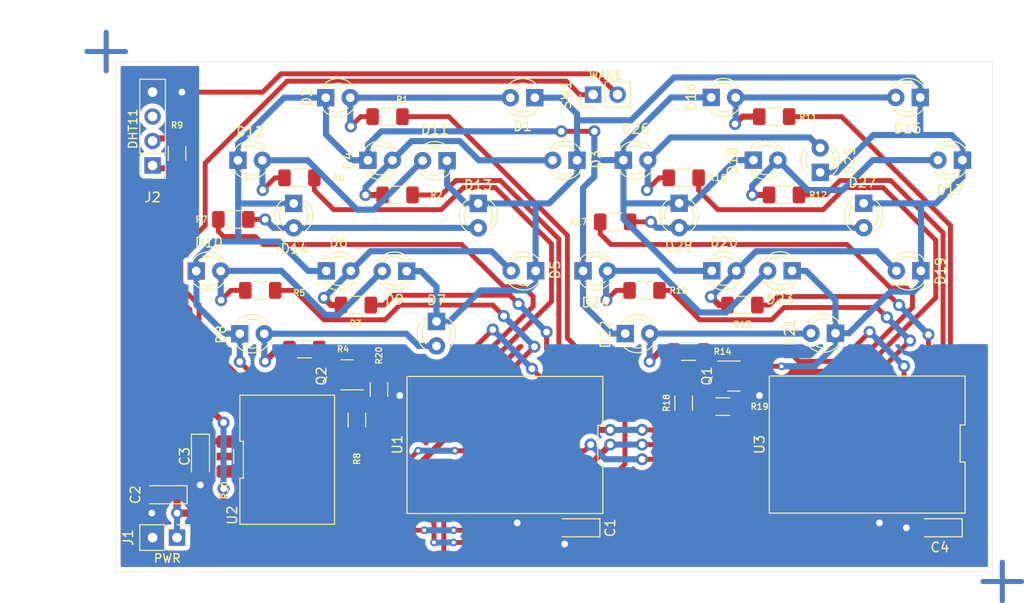
<source format=kicad_pcb>
(kicad_pcb (version 20211014) (generator pcbnew)
  (layers (0 "F.Cu" signal "Front") (31 "B.Cu" signal "Back") (34 "B.Paste" user) (35 "F.Paste" user) (36 "B.SilkS" user "B.Silkscreen") (37 "F.SilkS" user "F.Silkscreen") (38 "B.Mask" user) (39 "F.Mask" user) (44 "Edge.Cuts" user))
  (net 0 "")
  (net 1 "GND")
  (net 2 "VCC")
  (net 3 "Net-(R1-Pad2)")
  (net 4 "Net-(R2-Pad2)")
  (net 5 "Net-(R3-Pad2)")
  (net 6 "Net-(R4-Pad2)")
  (net 7 "Net-(R5-Pad2)")
  (net 8 "Net-(R6-Pad2)")
  (net 9 "Net-(R7-Pad2)")
  (net 10 "Net-(R8-Pad2)")
  (net 11 "Net-(J2-Pad2)")
  (net 12 "Net-(R10-Pad2)")
  (net 13 "Net-(R11-Pad2)")
  (net 14 "Net-(R12-Pad2)")
  (net 15 "Net-(R13-Pad2)")
  (net 16 "Net-(R14-Pad2)")
  (net 17 "Net-(R15-Pad2)")
  (net 18 "Net-(R16-Pad2)")
  (net 19 "Net-(R17-Pad2)")
  (net 20 "Net-(SW1-Pad1)")
  (net 21 "/SRCLK")
  (net 22 "/DATA")
  (net 23 "/RCLK")
  (net 25 "G_hum")
  (net 26 "F_hum")
  (net 27 "E_hum")
  (net 28 "D_hum")
  (net 29 "C_hum")
  (net 30 "B_hum")
  (net 31 "A_hum")
  (net 32 "G_tmp")
  (net 33 "F_tmp")
  (net 34 "E_tmp")
  (net 35 "D_tmp")
  (net 36 "C_tmp")
  (net 37 "B_tmp")
  (net 38 "A_tmp")
  (net 40 "COM_ONES")
  (net 41 "COM_TENS")
  (net 42 "BASE_ONES")
  (net 43 "BASE_TENS")
  (net 44 "Net-(R18-Pad2)")
  (net 45 "Net-(U1-Pad9)")
  (footprint "Resistor_SMD:R_1206_3216Metric_Pad1.30x1.75mm_HandSolder" (layer "F.Cu") (at 73.794 40.844)
    (fp_text reference "R2")
    (fp_text value "100")
  )
  (footprint "Resistor_SMD:R_1206_3216Metric_Pad1.30x1.75mm_HandSolder" (layer "F.Cu") (at 69.476 52.274)
    (fp_text reference "R3")
    (fp_text value "100")
  )
  (footprint "Resistor_SMD:R_1206_3216Metric_Pad1.30x1.75mm_HandSolder" (layer "F.Cu") (at 59.544 50.75)
    (fp_text reference "R5")
    (fp_text value "100")
  )
  (footprint "Resistor_SMD:R_1206_3216Metric_Pad1.30x1.75mm_HandSolder" (layer "F.Cu") (at 63.607998 39.066)
    (fp_text reference "R6")
    (fp_text value "100")
  )
  (footprint "Resistor_SMD:R_1206_3216Metric_Pad1.30x1.75mm_HandSolder" (layer "F.Cu") (at 56.75 43.384 180)
    (fp_text reference "R7")
    (fp_text value "100")
  )
  (footprint "Resistor_SMD:R_1206_3216Metric_Pad1.30x1.75mm_HandSolder" (layer "F.Cu") (at 69.577 64.212 -90)
    (fp_text reference "R8")
    (fp_text value "270")
  )
  (footprint "Resistor_SMD:R_1206_3216Metric_Pad1.30x1.75mm_HandSolder" (layer "F.Cu") (at 50.908 36.526 -90)
    (fp_text reference "R9")
    (fp_text value "10k")
  )
  (footprint "Resistor_SMD:R_1206_3216Metric_Pad1.30x1.75mm_HandSolder" (layer "F.Cu") (at 55.876 67.987 -90)
    (fp_text reference "R10")
    (fp_text value "10k")
  )
  (footprint "Resistor_SMD:R_1206_3216Metric_Pad1.30x1.75mm_HandSolder" (layer "F.Cu") (at 112.884 32.716)
    (fp_text reference "R11")
    (fp_text value "100")
  )
  (footprint "Resistor_SMD:R_1206_3216Metric_Pad1.30x1.75mm_HandSolder" (layer "F.Cu") (at 113.9 40.844)
    (fp_text reference "R12")
    (fp_text value "100")
  )
  (footprint "Resistor_SMD:R_1206_3216Metric_Pad1.30x1.75mm_HandSolder" (layer "F.Cu") (at 109.582 52.274)
    (fp_text reference "R13")
    (fp_text value "100")
  )
  (footprint "Resistor_SMD:R_1206_3216Metric_Pad1.30x1.75mm_HandSolder" (layer "F.Cu") (at 103.994 57.1)
    (fp_text reference "R14")
    (fp_text value "100")
  )
  (footprint "Resistor_SMD:R_1206_3216Metric_Pad1.30x1.75mm_HandSolder" (layer "F.Cu") (at 99.421998 50.75)
    (fp_text reference "R15")
    (fp_text value "100")
  )
  (footprint "Resistor_SMD:R_1206_3216Metric_Pad1.30x1.75mm_HandSolder" (layer "F.Cu") (at 103.486 39.066)
    (fp_text reference "R16")
    (fp_text value "100")
  )
  (footprint "Resistor_SMD:R_1206_3216Metric_Pad1.30x1.75mm_HandSolder" (layer "F.Cu") (at 96.374 43.638 180)
    (fp_text reference "R17")
    (fp_text value "100")
  )
  (footprint "custom:FakeSMD_DIP-8" (layer "F.Cu") (at 62.338 68.323)
    (fp_text reference "U2")
    (fp_text value "ATtiny45V-10P")
  )
  (footprint "custom:FakeSMD_DIP-16" (layer "F.Cu") (at 131.436 61.632 -90)
    (fp_text reference "U3")
    (fp_text value "74HC595")
  )
  (footprint "Resistor_SMD:R_1206_3216Metric_Pad1.30x1.75mm_HandSolder" (layer "F.Cu") (at 64.116 56.846)
    (fp_text reference "R4")
    (fp_text value "100")
  )
  (footprint "Resistor_SMD:R_1206_3216Metric_Pad1.30x1.75mm_HandSolder" (layer "F.Cu") (at 72.752 32.716)
    (fp_text reference "R1")
    (fp_text value "100")
  )
  (footprint "Connector_PinHeader_2.54mm:PinHeader_1x04_P2.54mm_Vertical" (layer "F.Cu") (at 48.368 37.786 180)
    (fp_text reference "J2")
    (fp_text value "DHT11")
  )
  (footprint "Package_TO_SOT_SMD:SOT-23" (layer "F.Cu") (at 108.693 59.64)
    (fp_text reference "Q1")
    (fp_text value "Q_NPN_BEC")
  )
  (footprint "Resistor_SMD:R_1206_3216Metric_Pad1.30x1.75mm_HandSolder" (layer "F.Cu") (at 107.55 62.815 180)
    (fp_text reference "R19")
    (fp_text value "10k")
  )
  (footprint "Resistor_SMD:R_1206_3216Metric_Pad1.30x1.75mm_HandSolder" (layer "F.Cu") (at 103.486 62.434 -90)
    (fp_text reference "R18")
    (fp_text value "270")
  )
  (footprint "Package_TO_SOT_SMD:SOT-23" (layer "F.Cu") (at 68.561 59.513 180)
    (fp_text reference "Q2")
    (fp_text value "Q_NPN_BEC")
  )
  (footprint "Resistor_SMD:R_1206_3216Metric_Pad1.30x1.75mm_HandSolder" (layer "F.Cu") (at 71.863 61.037 -90)
    (fp_text reference "R20")
    (fp_text value "10k")
  )
  (footprint "LED_THT:LED_D3.0mm" (layer "F.Cu") (at 119.239 55.195 180)
    (fp_text reference "D21")
    (fp_text value "TO_D")
  )
  (footprint "LED_THT:LED_D3.0mm" (layer "F.Cu") (at 106.341 30.728)
    (fp_text reference "D16")
    (fp_text value "TT_A")
  )
  (footprint "Capacitor_Tantalum_SMD:CP_EIA-3216-18_Kemet-A" (layer "F.Cu") (at 130.076 75.388 180)
    (fp_text reference "C4")
    (fp_text value "100n")
  )
  (footprint "LED_THT:LED_D3.0mm" (layer "F.Cu") (at 103.016 41.703 -90)
    (fp_text reference "D28")
    (fp_text value "TT_G")
  )
  (footprint "LED_THT:LED_D3.0mm" (layer "F.Cu") (at 74.741 48.748 180)
    (fp_text reference "D9")
    (fp_text value "HO_E")
  )
  (footprint "LED_THT:LED_D3.0mm" (layer "F.Cu") (at 78.931 37.288 180)
    (fp_text reference "D11")
    (fp_text value "HO_F")
  )
  (footprint "LED_THT:LED_D3.0mm" (layer "F.Cu") (at 88.124 48.718 180)
    (fp_text reference "D5")
    (fp_text value "HO_C")
  )
  (footprint "LED_THT:LED_D3.0mm" (layer "F.Cu") (at 82.166 41.723 -90)
    (fp_text reference "D13")
    (fp_text value "HO_G")
  )
  (footprint "LED_THT:LED_D3.0mm" (layer "F.Cu") (at 106.406 48.718)
    (fp_text reference "D20")
    (fp_text value "TT_C")
  )
  (footprint "Capacitor_Tantalum_SMD:CP_EIA-3216-18_Kemet-A" (layer "F.Cu") (at 49.638 71.959 180)
    (fp_text reference "C2")
    (fp_text value "4.7u")
  )
  (footprint "Capacitor_Tantalum_SMD:CP_EIA-3216-18_Kemet-A" (layer "F.Cu") (at 53.336 67.987 -90)
    (fp_text reference "C3")
    (fp_text value "100n")
  )
  (footprint "LED_THT:LED_D3.0mm" (layer "F.Cu") (at 132.421 37.228 180)
    (fp_text reference "D17")
    (fp_text value "TO_B")
  )
  (footprint "Capacitor_Tantalum_SMD:CP_EIA-3216-18_Kemet-A" (layer "F.Cu") (at 92.484 75.388 180)
    (fp_text reference "C1")
    (fp_text value "100n")
  )
  (footprint "custom:FakeSMD_DIP-16" (layer "F.Cu") (at 93.834 61.672 -90)
    (fp_text reference "U1")
    (fp_text value "74HC595")
  )
  (footprint "LED_THT:LED_D3.0mm" (layer "F.Cu") (at 93.041 48.728)
    (fp_text reference "D24")
    (fp_text value "TT_E")
  )
  (footprint "LED_THT:LED_D3.0mm" (layer "F.Cu") (at 52.901 48.738)
    (fp_text reference "D10")
    (fp_text value "HT_E")
  )
  (footprint "LED_THT:LED_D3.0mm" (layer "F.Cu") (at 77.832 53.973 -90)
    (fp_text reference "D7")
    (fp_text value "HO_D")
  )
  (footprint "LED_THT:LED_D3.0mm" (layer "F.Cu") (at 128.106 48.718 180)
    (fp_text reference "D19")
    (fp_text value "TO_C")
  )
  (footprint "LED_THT:LED_D3.0mm" (layer "F.Cu") (at 110.721 37.228)
    (fp_text reference "D18")
    (fp_text value "TT_B")
  )
  (footprint "LED_THT:LED_D3.0mm" (layer "F.Cu") (at 117.656 38.503 90)
    (fp_text reference "D25")
    (fp_text value "TO_F")
  )
  (footprint "Connector_PinHeader_2.54mm:PinHeader_1x02_P2.54mm_Vertical" (layer "F.Cu") (at 50.908 76.404 -90)
    (fp_text reference "J1")
    (fp_text value "POWER")
  )
  (footprint "LED_THT:LED_D3.0mm" (layer "F.Cu") (at 128.041 30.728 180)
    (fp_text reference "D15")
    (fp_text value "TO_A")
  )
  (footprint "LED_THT:LED_D3.0mm" (layer "F.Cu") (at 92.421 37.248 180)
    (fp_text reference "D3")
    (fp_text value "HO_B")
  )
  (footprint "Connector_PinHeader_2.54mm:PinHeader_1x02_P2.54mm_Vertical" (layer "F.Cu") (at 94.088 30.43 90)
    (fp_text reference "SW1")
    (fp_text value "WAKE UP")
  )
  (footprint "LED_THT:LED_D3.0mm" (layer "F.Cu") (at 57.421 55.248)
    (fp_text reference "D8")
    (fp_text value "HT_D")
  )
  (footprint "LED_THT:LED_D3.0mm" (layer "F.Cu") (at 66.341 30.748)
    (fp_text reference "D2")
    (fp_text value "HT_A")
  )
  (footprint "LED_THT:LED_D3.0mm" (layer "F.Cu") (at 122.166 41.703 -90)
    (fp_text reference "D27")
    (fp_text value "TO_G")
  )
  (footprint "LED_THT:LED_D3.0mm" (layer "F.Cu") (at 114.741 48.718 180)
    (fp_text reference "D23")
    (fp_text value "TO_E")
  )
  (footprint "LED_THT:LED_D3.0mm" (layer "F.Cu") (at 97.421 55.228)
    (fp_text reference "D22")
    (fp_text value "TT_D")
  )
  (footprint "LED_THT:LED_D3.0mm" (layer "F.Cu") (at 63.016 41.723 -90)
    (fp_text reference "D14")
    (fp_text value "HT_G")
  )
  (footprint "LED_THT:LED_D3.0mm" (layer "F.Cu") (at 88.041 30.748 180)
    (fp_text reference "D1")
    (fp_text value "HO_A")
  )
  (footprint "LED_THT:LED_D3.0mm" (layer "F.Cu") (at 57.231 37.248)
    (fp_text reference "D12")
    (fp_text value "HT_F")
  )
  (footprint "LED_THT:LED_D3.0mm" (layer "F.Cu") (at 66.401 48.728)
    (fp_text reference "D6")
    (fp_text value "HT_C")
  )
  (footprint "LED_THT:LED_D3.0mm" (layer "F.Cu") (at 97.231 37.228)
    (fp_text reference "D26")
    (fp_text value "TT_F")
  )
  (footprint "LED_THT:LED_D3.0mm" (layer "F.Cu") (at 70.721 37.248)
    (fp_text reference "D4")
    (fp_text value "HT_B")
  )
  (gr_line (start 43.558 27.96) (end 43.558 23.96) (layer "F.Cu") (width 0.508))
  (gr_line (start 136.558 82.96) (end 136.558 78.96) (layer "F.Cu") (width 0.508))
  (gr_line (start 134.558 80.96) (end 138.558 80.96) (layer "F.Cu") (width 0.508))
  (gr_line (start 41.558 25.96) (end 45.558 25.96) (layer "F.Cu") (width 0.508))
  (gr_line (start 43.558 27.96) (end 43.558 23.96) (layer "B.Cu") (width 0.508))
  (gr_line (start 134.558 80.96) (end 138.558 80.96) (layer "B.Cu") (width 0.508))
  (gr_line (start 41.558 25.96) (end 45.558 25.96) (layer "B.Cu") (width 0.508))
  (gr_line (start 136.558 82.96) (end 136.558 78.96) (layer "B.Cu") (width 0.508))
  (gr_line (start 44.558 79.96) (end 44.558 26.96) (layer "Edge.Cuts") (width 0.0381))
  (gr_line (start 135.558 79.96) (end 44.558 79.96) (layer "Edge.Cuts") (width 0.0381))
  (gr_line (start 135.558 26.96) (end 135.558 79.96) (layer "Edge.Cuts") (width 0.0381))
  (gr_line (start 44.558 26.96) (end 135.558 26.96) (layer "Edge.Cuts") (width 0.0381))
  (gr_text "WAKE" (at 95.363 28.398) (layer "F.SilkS") (effects (font (size 0.889 0.889) (thickness 0.1397))))
  (gr_text "PWR" (at 49.892 78.563) (layer "F.SilkS") (effects (font (size 0.889 0.889) (thickness 0.1397))))
  (gr_text "DHT11" (at 46.336 33.986 90) (layer "F.SilkS") (effects (font (size 0.889 0.889) (thickness 0.1397))))
  (segment (start 94.469 28.271) (end 96.628 30.43) (width 0.508) (layer "F.Cu") (net 1))
  (segment (start 74.022 61.672) (end 76.054 61.672) (width 0.508) (layer "F.Cu") (net 1))
  (segment (start 61.703 28.271) (end 94.469 28.271) (width 0.508) (layer "F.Cu") (net 1))
  (segment (start 53.336 69.337) (end 53.336 70.928) (width 0.508) (layer "F.Cu") (net 1))
  (segment (start 111.4 61.632) (end 113.656 61.632) (width 0.762) (layer "F.Cu") (net 1))
  (segment (start 128.806 75.388) (end 126.6 75.388) (width 0.762) (layer "F.Cu") (net 1))
  (segment (start 53.336 70.928) (end 53.321 70.943) (width 0.508) (layer "F.Cu") (net 1))
  (segment (start 123.816 74.87) (end 123.806 74.88) (width 0.508) (layer "F.Cu") (net 1))
  (segment (start 91.134 77.072) (end 91.134 75.388) (width 0.762) (layer "F.Cu") (net 1))
  (segment (start 86.214 71.832) (end 86.214 74.88) (width 0.508) (layer "F.Cu") (net 1))
  (segment (start 48.288 73.864) (end 48.288 71.578) (width 0.635) (layer "F.Cu") (net 1))
  (segment (start 59.798 30.176) (end 61.703 28.271) (width 0.508) (layer "F.Cu") (net 1))
  (segment (start 51.416 30.176) (end 59.798 30.176) (width 0.508) (layer "F.Cu") (net 1))
  (segment (start 111.36 61.672) (end 111.4 61.632) (width 0.762) (layer "F.Cu") (net 1))
  (segment (start 123.816 71.792) (end 123.816 74.87) (width 0.508) (layer "F.Cu") (net 1))
  (via (at 123.806 74.88) (size 1.25) (drill 0.7) (layers "F.Cu" "B.Cu") (net 1))
  (via (at 53.321 70.943) (size 1.25) (drill 0.7) (layers "F.Cu" "B.Cu") (net 1))
  (via (at 48.288 73.864) (size 1.25) (drill 0.7) (layers "F.Cu" "B.Cu") (net 1))
  (via (at 74.022 61.672) (size 1.25) (drill 0.7) (layers "F.Cu" "B.Cu") (net 1))
  (via (at 86.214 74.88) (size 1.25) (drill 0.7) (layers "F.Cu" "B.Cu") (net 1))
  (via (at 111.36 61.672) (size 1.25) (drill 0.7) (layers "F.Cu" "B.Cu") (net 1))
  (via (at 51.416 30.176) (size 1.25) (drill 0.7) (layers "F.Cu" "B.Cu") (net 1))
  (via (at 126.6 75.388) (size 1.25) (drill 0.7) (layers "F.Cu" "B.Cu") (net 1))
  (via (at 91.134 77.072) (size 1.25) (drill 0.7) (layers "F.Cu" "B.Cu") (net 1))
  (segment (start 53.536 66.437) (end 55.876 66.437) (width 0.635) (layer "F.Cu") (net 2))
  (segment (start 53.067 76.785) (end 54.972 78.69) (width 0.762) (layer "F.Cu") (net 2))
  (segment (start 93.824 74.108) (end 93.824 71.842) (width 0.635) (layer "F.Cu") (net 2))
  (segment (start 130.41 78.69) (end 131.506 77.594) (width 0.762) (layer "F.Cu") (net 2))
  (segment (start 48.658 38.076) (end 50.908 38.076) (width 0.635) (layer "F.Cu") (net 2))
  (segment (start 93.834 75.388) (end 93.834 78.69) (width 0.508) (layer "F.Cu") (net 2))
  (segment (start 131.426 71.802) (end 131.436 71.792) (width 0.508) (layer "F.Cu") (net 2))
  (segment (start 49.257 45.162) (end 49.257 51.893) (width 0.762) (layer "F.Cu") (net 2))
  (segment (start 50.92 66.637) (end 54.479 66.637) (width 0.635) (layer "F.Cu") (net 2))
  (segment (start 58.528 65.335) (end 58.528 63.323) (width 0.635) (layer "F.Cu") (net 2))
  (segment (start 48.368 37.786) (end 48.658 38.076) (width 0.635) (layer "F.Cu") (net 2))
  (segment (start 49.257 51.893) (end 50.908 53.544) (width 0.762) (layer "F.Cu") (net 2))
  (segment (start 93.834 78.69) (end 116.44 78.69) (width 0.762) (layer "F.Cu") (net 2))
  (segment (start 54.972 78.69) (end 93.834 78.69) (width 0.762) (layer "F.Cu") (net 2))
  (segment (start 52.1145 73.864) (end 53.067 74.8165) (width 0.762) (layer "F.Cu") (net 2))
  (segment (start 57.426 66.437) (end 58.528 65.335) (width 0.635) (layer "F.Cu") (net 2))
  (segment (start 50.908 73.864) (end 52.1145 73.864) (width 0.762) (layer "F.Cu") (net 2))
  (segment (start 53.336 66.637) (end 53.536 66.437) (width 0.635) (layer "F.Cu") (net 2))
  (segment (start 50.908 43.511) (end 49.257 45.162) (width 0.762) (layer "F.Cu") (net 2))
  (segment (start 131.506 77.594) (end 131.506 75.468) (width 0.762) (layer "F.Cu") (net 2))
  (segment (start 53.067 74.8165) (end 53.067 76.785) (width 0.762) (layer "F.Cu") (net 2))
  (segment (start 50.908 73.864) (end 50.908 71.498) (width 0.635) (layer "F.Cu") (net 2))
  (segment (start 50.908 53.544) (end 50.908 73.864) (width 0.762) (layer "F.Cu") (net 2))
  (segment (start 116.196 71.792) (end 116.196 78.446) (width 0.508) (layer "F.Cu") (net 2))
  (segment (start 116.44 78.69) (end 130.41 78.69) (width 0.762) (layer "F.Cu") (net 2))
  (segment (start 93.824 75.094) (end 93.824 74.108) (width 0.635) (layer "F.Cu") (net 2))
  (segment (start 55.876 66.437) (end 57.426 66.437) (width 0.635) (layer "F.Cu") (net 2))
  (segment (start 131.426 75.388) (end 131.426 71.802) (width 0.508) (layer "F.Cu") (net 2))
  (segment (start 78.594 71.832) (end 78.594 78.69) (width 0.508) (layer "F.Cu") (net 2))
  (segment (start 50.908 38.076) (end 50.908 43.511) (width 0.762) (layer "F.Cu") (net 2))
  (segment (start 116.196 78.446) (end 116.44 78.69) (width 0.508) (layer "F.Cu") (net 2))
  (via (at 50.908 73.864) (size 1.25) (drill 0.7) (layers "F.Cu" "B.Cu") (net 2))
  (segment (start 50.908 76.404) (end 50.908 73.309) (width 0.635) (layer "B.Cu") (net 2))
  (segment (start 91.421 55.703) (end 97.39 61.672) (width 0.508) (layer "F.Cu") (net 3))
  (segment (start 74.302 32.716) (end 79.102 32.716) (width 0.508) (layer "F.Cu") (net 3))
  (segment (start 96.628 69.546) (end 91.802 69.546) (width 0.508) (layer "F.Cu") (net 3))
  (segment (start 91.802 69.546) (end 91.294 70.054) (width 0.508) (layer "F.Cu") (net 3))
  (segment (start 97.39 68.784) (end 96.628 69.546) (width 0.508) (layer "F.Cu") (net 3))
  (segment (start 91.421 45.035) (end 91.421 55.703) (width 0.508) (layer "F.Cu") (net 3))
  (segment (start 91.294 70.054) (end 91.294 71.832) (width 0.508) (layer "F.Cu") (net 3))
  (segment (start 79.102 32.716) (end 91.421 45.035) (width 0.508) (layer "F.Cu") (net 3))
  (segment (start 97.39 61.672) (end 97.39 68.784) (width 0.508) (layer "F.Cu") (net 3))
  (segment (start 75.344 40.844) (end 78.34 40.844) (width 0.508) (layer "F.Cu") (net 4))
  (segment (start 79.836 39.348) (end 84.464 39.348) (width 0.508) (layer "F.Cu") (net 4))
  (segment (start 78.34 40.844) (end 79.836 39.348) (width 0.508) (layer "F.Cu") (net 4))
  (segment (start 84.464 39.348) (end 90.532 45.416) (width 0.508) (layer "F.Cu") (net 4))
  (segment (start 90.532 56.338) (end 93.834 59.64) (width 0.508) (layer "F.Cu") (net 4))
  (segment (start 93.834 59.64) (end 93.834 61.672) (width 0.508) (layer "F.Cu") (net 4))
  (segment (start 90.532 45.416) (end 90.532 56.338) (width 0.508) (layer "F.Cu") (net 4))
  (segment (start 89.262 56.846) (end 91.294 58.878) (width 0.508) (layer "F.Cu") (net 5))
  (segment (start 91.294 58.878) (end 91.294 61.672) (width 0.508) (layer "F.Cu") (net 5))
  (segment (start 73.387 51.258) (end 72.371 52.274) (width 0.508) (layer "F.Cu") (net 5))
  (segment (start 89.262 55.068) (end 89.262 56.846) (width 0.508) (layer "F.Cu") (net 5))
  (segment (start 85.452 51.258) (end 73.387 51.258) (width 0.508) (layer "F.Cu") (net 5))
  (segment (start 72.371 52.274) (end 71.026 52.274) (width 0.508) (layer "F.Cu") (net 5))
  (segment (start 86.341 52.147) (end 85.452 51.258) (width 0.508) (layer "F.Cu") (net 5))
  (via (at 86.341 52.147) (size 1.25) (drill 0.7) (layers "F.Cu" "B.Cu") (net 5))
  (via (at 89.262 55.068) (size 1.25) (drill 0.7) (layers "F.Cu" "B.Cu") (net 5))
  (segment (start 86.341 52.147) (end 89.262 55.068) (width 0.635) (layer "B.Cu") (net 5))
  (segment (start 87.738 58.878) (end 88.754 59.894) (width 0.508) (layer "F.Cu") (net 6))
  (segment (start 88.754 59.894) (end 88.754 61.672) (width 0.508) (layer "F.Cu") (net 6))
  (segment (start 73.768 56.846) (end 65.666 56.846) (width 0.508) (layer "F.Cu") (net 6))
  (segment (start 75.292 58.37) (end 73.768 56.846) (width 0.508) (layer "F.Cu") (net 6))
  (segment (start 83.674 54.814) (end 80.118 58.37) (width 0.508) (layer "F.Cu") (net 6))
  (segment (start 80.118 58.37) (end 75.292 58.37) (width 0.508) (layer "F.Cu") (net 6))
  (via (at 87.738 58.878) (size 1.25) (drill 0.7) (layers "F.Cu" "B.Cu") (net 6))
  (via (at 83.674 54.814) (size 1.25) (drill 0.7) (layers "F.Cu" "B.Cu") (net 6))
  (segment (start 83.674 54.814) (end 87.738 58.878) (width 0.635) (layer "B.Cu") (net 6))
  (segment (start 63.1 50.75) (end 61.094 50.75) (width 0.508) (layer "F.Cu") (net 7))
  (segment (start 66.148 53.798) (end 63.1 50.75) (width 0.508) (layer "F.Cu") (net 7))
  (segment (start 87.992 56.592) (end 86.214 58.37) (width 0.508) (layer "F.Cu") (net 7))
  (segment (start 74.022 52.274) (end 72.498 53.798) (width 0.508) (layer "F.Cu") (net 7))
  (segment (start 86.214 58.37) (end 86.214 61.672) (width 0.508) (layer "F.Cu") (net 7))
  (segment (start 83.674 52.274) (end 74.022 52.274) (width 0.508) (layer "F.Cu") (net 7))
  (segment (start 84.817 53.417) (end 83.674 52.274) (width 0.508) (layer "F.Cu") (net 7))
  (segment (start 72.498 53.798) (end 66.148 53.798) (width 0.508) (layer "F.Cu") (net 7))
  (via (at 84.817 53.417) (size 1.25) (drill 0.7) (layers "F.Cu" "B.Cu") (net 7))
  (via (at 87.992 56.592) (size 1.25) (drill 0.7) (layers "F.Cu" "B.Cu") (net 7))
  (segment (start 84.817 53.417) (end 87.992 56.592) (width 0.635) (layer "B.Cu") (net 7))
  (segment (start 89.77 45.924) (end 89.77 51.893) (width 0.508) (layer "F.Cu") (net 8))
  (segment (start 83.928 40.082) (end 89.77 45.924) (width 0.508) (layer "F.Cu") (net 8))
  (segment (start 65.158 39.092) (end 65.158 40.362) (width 0.508) (layer "F.Cu") (net 8))
  (segment (start 78.34 42.368) (end 80.626 40.082) (width 0.508) (layer "F.Cu") (net 8))
  (segment (start 67.164 42.368) (end 78.34 42.368) (width 0.508) (layer "F.Cu") (net 8))
  (segment (start 65.158 40.362) (end 67.164 42.368) (width 0.508) (layer "F.Cu") (net 8))
  (segment (start 80.626 40.082) (end 83.928 40.082) (width 0.508) (layer "F.Cu") (net 8))
  (segment (start 83.674 57.989) (end 83.674 61.672) (width 0.508) (layer "F.Cu") (net 8))
  (segment (start 89.77 51.893) (end 83.674 57.989) (width 0.508) (layer "F.Cu") (net 8))
  (segment (start 86.849 50.369) (end 87.865 51.385) (width 0.508) (layer "F.Cu") (net 9))
  (segment (start 59.861 45.987) (end 80.435 45.987) (width 0.508) (layer "F.Cu") (net 9))
  (segment (start 81.134 59.132) (end 81.134 61.672) (width 0.508) (layer "F.Cu") (net 9))
  (segment (start 55.734 45.162) (end 59.036 45.162) (width 0.508) (layer "F.Cu") (net 9))
  (segment (start 59.036 45.162) (end 59.861 45.987) (width 0.508) (layer "F.Cu") (net 9))
  (segment (start 80.435 45.987) (end 84.817 50.369) (width 0.508) (layer "F.Cu") (net 9))
  (segment (start 84.817 50.369) (end 86.849 50.369) (width 0.508) (layer "F.Cu") (net 9))
  (segment (start 55.2 43.384) (end 55.2 44.628) (width 0.508) (layer "F.Cu") (net 9))
  (segment (start 87.865 51.385) (end 87.865 52.401) (width 0.508) (layer "F.Cu") (net 9))
  (segment (start 55.2 44.628) (end 55.734 45.162) (width 0.508) (layer "F.Cu") (net 9))
  (segment (start 87.865 52.401) (end 81.134 59.132) (width 0.508) (layer "F.Cu") (net 9))
  (segment (start 76.155 65.762) (end 78.594 63.323) (width 0.508) (layer "F.Cu") (net 10))
  (segment (start 78.594 63.323) (end 78.594 61.672) (width 0.508) (layer "F.Cu") (net 10))
  (segment (start 69.577 65.762) (end 76.155 65.762) (width 0.508) (layer "F.Cu") (net 10))
  (segment (start 52.686 43.765) (end 52.686 35.51) (width 0.635) (layer "F.Cu") (net 11))
  (segment (start 50.4 51.004) (end 50.4 46.051) (width 0.635) (layer "F.Cu") (net 11))
  (segment (start 57.639 75.896) (end 60.433 75.896) (width 0.635) (layer "F.Cu") (net 11))
  (segment (start 48.638 34.976) (end 50.908 34.976) (width 0.635) (layer "F.Cu") (net 11))
  (segment (start 52.178 52.782) (end 50.4 51.004) (width 0.635) (layer "F.Cu") (net 11))
  (segment (start 55.734 73.991) (end 57.639 75.896) (width 0.635) (layer "F.Cu") (net 11))
  (segment (start 55.734 71.324) (end 55.734 73.991) (width 0.635) (layer "F.Cu") (net 11))
  (segment (start 55.734 64.466) (end 52.178 60.91) (width 0.635) (layer "F.Cu") (net 11))
  (segment (start 50.4 46.051) (end 52.686 43.765) (width 0.635) (layer "F.Cu") (net 11))
  (segment (start 60.433 75.896) (end 61.068 75.261) (width 0.635) (layer "F.Cu") (net 11))
  (segment (start 52.152 34.976) (end 50.908 34.976) (width 0.635) (layer "F.Cu") (net 11))
  (segment (start 61.068 75.261) (end 61.068 73.323) (width 0.635) (layer "F.Cu") (net 11))
  (segment (start 52.686 35.51) (end 52.152 34.976) (width 0.635) (layer "F.Cu") (net 11))
  (segment (start 52.178 60.91) (end 52.178 52.782) (width 0.635) (layer "F.Cu") (net 11))
  (segment (start 48.368 35.246) (end 48.638 34.976) (width 0.635) (layer "F.Cu") (net 11))
  (via (at 55.734 71.324) (size 1.25) (drill 0.7) (layers "F.Cu" "B.Cu") (net 11))
  (via (at 55.734 64.466) (size 1.25) (drill 0.7) (layers "F.Cu" "B.Cu") (net 11))
  (segment (start 55.734 64.466) (end 55.734 71.324) (width 0.635) (layer "B.Cu") (net 11))
  (segment (start 57.426 69.537) (end 58.528 70.639) (width 0.635) (layer "F.Cu") (net 12))
  (segment (start 58.528 70.639) (end 58.528 73.323) (width 0.635) (layer "F.Cu") (net 12))
  (segment (start 55.876 69.537) (end 57.426 69.537) (width 0.635) (layer "F.Cu") (net 12))
  (segment (start 131.172 57.6715) (end 132.95 59.4495) (width 0.508) (layer "F.Cu") (net 13))
  (segment (start 132.95 65.736) (end 128.896 69.79) (width 0.508) (layer "F.Cu") (net 13))
  (segment (start 128.896 69.79) (end 128.896 71.792) (width 0.508) (layer "F.Cu") (net 13))
  (segment (start 132.95 59.4495) (end 132.95 65.736) (width 0.508) (layer "F.Cu") (net 13))
  (segment (start 114.434 32.716) (end 119.869 32.716) (width 0.508) (layer "F.Cu") (net 13))
  (segment (start 131.172 44.019) (end 131.172 57.6715) (width 0.508) (layer "F.Cu") (net 13))
  (segment (start 119.869 32.716) (end 131.172 44.019) (width 0.508) (layer "F.Cu") (net 13))
  (segment (start 130.41 58.37) (end 131.436 59.396) (width 0.508) (layer "F.Cu") (net 14))
  (segment (start 131.436 59.396) (end 131.436 61.632) (width 0.508) (layer "F.Cu") (net 14))
  (segment (start 124.977 39.348) (end 130.41 44.781) (width 0.508) (layer "F.Cu") (net 14))
  (segment (start 119.714 39.348) (end 124.977 39.348) (width 0.508) (layer "F.Cu") (net 14))
  (segment (start 115.45 40.844) (end 118.218 40.844) (width 0.508) (layer "F.Cu") (net 14))
  (segment (start 118.218 40.844) (end 119.714 39.348) (width 0.508) (layer "F.Cu") (net 14))
  (segment (start 130.41 44.781) (end 130.41 58.37) (width 0.508) (layer "F.Cu") (net 14))
  (segment (start 128.896 55.332) (end 128.896 61.632) (width 0.508) (layer "F.Cu") (net 15))
  (segment (start 124.949 51.385) (end 113.265 51.385) (width 0.508) (layer "F.Cu") (net 15))
  (segment (start 112.376 52.274) (end 111.132 52.274) (width 0.508) (layer "F.Cu") (net 15))
  (segment (start 125.838 52.274) (end 124.949 51.385) (width 0.508) (layer "F.Cu") (net 15))
  (segment (start 113.265 51.385) (end 112.376 52.274) (width 0.508) (layer "F.Cu") (net 15))
  (via (at 128.896 55.332) (size 1.25) (drill 0.7) (layers "F.Cu" "B.Cu") (net 15))
  (via (at 125.838 52.274) (size 1.25) (drill 0.7) (layers "F.Cu" "B.Cu") (net 15))
  (segment (start 128.896 55.332) (end 125.838 52.274) (width 0.635) (layer "B.Cu") (net 15))
  (segment (start 122.79 55.068) (end 119.742 58.116) (width 0.508) (layer "F.Cu") (net 16))
  (segment (start 119.742 58.116) (end 115.424 58.116) (width 0.508) (layer "F.Cu") (net 16))
  (segment (start 126.356 58.614) (end 126.356 61.632) (width 0.508) (layer "F.Cu") (net 16))
  (segment (start 115.424 58.116) (end 114.408 57.1) (width 0.508) (layer "F.Cu") (net 16))
  (segment (start 114.408 57.1) (end 105.544 57.1) (width 0.508) (layer "F.Cu") (net 16))
  (via (at 126.356 58.614) (size 1.25) (drill 0.7) (layers "F.Cu" "B.Cu") (net 16))
  (via (at 122.79 55.068) (size 1.25) (drill 0.7) (layers "F.Cu" "B.Cu") (net 16))
  (segment (start 122.81 55.068) (end 126.356 58.614) (width 0.635) (layer "B.Cu") (net 16))
  (segment (start 122.79 55.068) (end 122.81 55.068) (width 0.635) (layer "B.Cu") (net 16))
  (segment (start 113.9 52.528) (end 112.63 53.798) (width 0.508) (layer "F.Cu") (net 17))
  (segment (start 123.816 59.122) (end 123.816 61.632) (width 0.508) (layer "F.Cu") (net 17))
  (segment (start 123.552 52.528) (end 113.9 52.528) (width 0.508) (layer "F.Cu") (net 17))
  (segment (start 126.981 55.957) (end 123.816 59.122) (width 0.508) (layer "F.Cu") (net 17))
  (segment (start 124.568 53.544) (end 123.552 52.528) (width 0.508) (layer "F.Cu") (net 17))
  (segment (start 105.137 53.798) (end 102.089 50.75) (width 0.508) (layer "F.Cu") (net 17))
  (segment (start 102.089 50.75) (end 100.972 50.75) (width 0.508) (layer "F.Cu") (net 17))
  (segment (start 112.63 53.798) (end 105.137 53.798) (width 0.508) (layer "F.Cu") (net 17))
  (via (at 124.568 53.544) (size 1.25) (drill 0.7) (layers "F.Cu" "B.Cu") (net 17))
  (via (at 126.981 55.957) (size 1.25) (drill 0.7) (layers "F.Cu" "B.Cu") (net 17))
  (segment (start 126.981 55.957) (end 124.568 53.544) (width 0.635) (layer "B.Cu") (net 17))
  (segment (start 129.648 45.543) (end 129.648 51.512) (width 0.508) (layer "F.Cu") (net 18))
  (segment (start 105.036 39.092) (end 105.036 40.362) (width 0.508) (layer "F.Cu") (net 18))
  (segment (start 121.276 59.884) (end 121.276 61.632) (width 0.508) (layer "F.Cu") (net 18))
  (segment (start 107.042 42.368) (end 117.964 42.368) (width 0.508) (layer "F.Cu") (net 18))
  (segment (start 124.187 40.082) (end 129.648 45.543) (width 0.508) (layer "F.Cu") (net 18))
  (segment (start 129.648 51.512) (end 121.276 59.884) (width 0.508) (layer "F.Cu") (net 18))
  (segment (start 117.964 42.368) (end 120.25 40.082) (width 0.508) (layer "F.Cu") (net 18))
  (segment (start 120.25 40.082) (end 124.187 40.082) (width 0.508) (layer "F.Cu") (net 18))
  (segment (start 105.036 40.362) (end 107.042 42.368) (width 0.508) (layer "F.Cu") (net 18))
  (segment (start 118.736 59.884) (end 118.736 61.632) (width 0.508) (layer "F.Cu") (net 19))
  (segment (start 120.44 45.987) (end 124.949 50.496) (width 0.508) (layer "F.Cu") (net 19))
  (segment (start 94.824 44.146) (end 94.824 44.882) (width 0.508) (layer "F.Cu") (net 19))
  (segment (start 120.631 59.132) (end 119.488 59.132) (width 0.508) (layer "F.Cu") (net 19))
  (segment (start 127.235 51.131) (end 127.235 52.528) (width 0.508) (layer "F.Cu") (net 19))
  (segment (start 119.488 59.132) (end 118.736 59.884) (width 0.508) (layer "F.Cu") (net 19))
  (segment (start 124.949 50.496) (end 126.6 50.496) (width 0.508) (layer "F.Cu") (net 19))
  (segment (start 126.6 50.496) (end 127.235 51.131) (width 0.508) (layer "F.Cu") (net 19))
  (segment (start 94.824 44.882) (end 95.929 45.987) (width 0.508) (layer "F.Cu") (net 19))
  (segment (start 127.235 52.528) (end 120.631 59.132) (width 0.508) (layer "F.Cu") (net 19))
  (segment (start 95.929 45.987) (end 120.44 45.987) (width 0.508) (layer "F.Cu") (net 19))
  (segment (start 92.691 30.43) (end 94.088 30.43) (width 0.508) (layer "F.Cu") (net 20))
  (segment (start 59.798 62.18) (end 53.194 55.576) (width 0.508) (layer "F.Cu") (net 20))
  (segment (start 91.294 29.033) (end 92.691 30.43) (width 0.508) (layer "F.Cu") (net 20))
  (segment (start 53.194 55.576) (end 53.194 52.274) (width 0.508) (layer "F.Cu") (net 20))
  (segment (start 62.338 29.033) (end 91.294 29.033) (width 0.508) (layer "F.Cu") (net 20))
  (segment (start 53.194 52.274) (end 51.2985 50.3785) (width 0.508) (layer "F.Cu") (net 20))
  (segment (start 51.2985 46.5495) (end 53.829 44.019) (width 0.508) (layer "F.Cu") (net 20))
  (segment (start 53.829 44.019) (end 53.829 37.542) (width 0.508) (layer "F.Cu") (net 20))
  (segment (start 51.2985 50.3785) (end 51.2985 46.5495) (width 0.508) (layer "F.Cu") (net 20))
  (segment (start 53.829 37.542) (end 62.338 29.033) (width 0.508) (layer "F.Cu") (net 20))
  (segment (start 63.608 73.323) (end 63.608 69.546) (width 0.508) (layer "F.Cu") (net 20))
  (segment (start 59.798 65.736) (end 59.798 62.18) (width 0.508) (layer "F.Cu") (net 20))
  (segment (start 63.608 69.546) (end 59.798 65.736) (width 0.508) (layer "F.Cu") (net 20))
  (segment (start 79.737 67.387) (end 93.199 67.387) (width 0.508) (layer "F.Cu") (net 21))
  (segment (start 117.202 68.276) (end 118.736 69.81) (width 0.508) (layer "F.Cu") (net 21))
  (segment (start 81.134 67.387) (end 81.134 71.832) (width 0.508) (layer "F.Cu") (net 21))
  (segment (start 75.927 67.387) (end 74.911 68.403) (width 0.508) (layer "F.Cu") (net 21))
  (segment (start 99.168 68.276) (end 117.202 68.276) (width 0.508) (layer "F.Cu") (net 21))
  (segment (start 74.911 68.403) (end 66.91 68.403) (width 0.508) (layer "F.Cu") (net 21))
  (segment (start 66.91 68.403) (end 66.148 67.641) (width 0.508) (layer "F.Cu") (net 21))
  (segment (start 118.736 69.81) (end 118.736 71.792) (width 0.508) (layer "F.Cu") (net 21))
  (segment (start 93.199 67.387) (end 93.834 66.752) (width 0.508) (layer "F.Cu") (net 21))
  (segment (start 66.148 67.641) (end 66.148 63.323) (width 0.508) (layer "F.Cu") (net 21))
  (via (at 93.834 66.752) (size 1.25) (drill 0.7) (layers "F.Cu" "B.Cu") (net 21))
  (via (at 79.737 67.387) (size 0.8) (drill 0.4) (layers "F.Cu" "B.Cu") (net 21))
  (via (at 75.927 67.387) (size 0.8) (drill 0.4) (layers "F.Cu" "B.Cu") (net 21))
  (via (at 99.168 68.276) (size 1.25) (drill 0.7) (layers "F.Cu" "B.Cu") (net 21))
  (segment (start 95.358 68.276) (end 99.168 68.276) (width 0.635) (layer "B.Cu") (net 21))
  (segment (start 93.834 66.752) (end 95.358 68.276) (width 0.635) (layer "B.Cu") (net 21))
  (segment (start 79.737 67.387) (end 75.927 67.387) (width 0.635) (layer "B.Cu") (net 21))
  (segment (start 88.754 75.134) (end 88.754 71.832) (width 0.508) (layer "F.Cu") (net 22))
  (segment (start 70.212 69.292) (end 66.275 69.292) (width 0.508) (layer "F.Cu") (net 22))
  (segment (start 66.275 69.292) (end 63.608 66.625) (width 0.508) (layer "F.Cu") (net 22))
  (segment (start 77.07 74.372) (end 75.292 74.372) (width 0.508) (layer "F.Cu") (net 22))
  (segment (start 75.292 74.372) (end 70.212 69.292) (width 0.508) (layer "F.Cu") (net 22))
  (segment (start 77.578 74.88) (end 77.07 74.372) (width 0.508) (layer "F.Cu") (net 22))
  (segment (start 63.608 66.625) (end 63.608 63.323) (width 0.508) (layer "F.Cu") (net 22))
  (segment (start 86.976 76.912) (end 88.754 75.134) (width 0.508) (layer "F.Cu") (net 22))
  (segment (start 79.61 76.912) (end 86.976 76.912) (width 0.508) (layer "F.Cu") (net 22))
  (segment (start 77.578 76.912) (end 77.578 74.88) (width 0.508) (layer "F.Cu") (net 22))
  (via (at 79.61 76.912) (size 0.8) (drill 0.4) (layers "F.Cu" "B.Cu") (net 22))
  (via (at 77.578 76.912) (size 0.8) (drill 0.4) (layers "F.Cu" "B.Cu") (net 22))
  (segment (start 77.578 76.912) (end 79.61 76.912) (width 0.635) (layer "B.Cu") (net 22))
  (segment (start 76.562 75.642) (end 75.292 75.642) (width 0.508) (layer "F.Cu") (net 23))
  (segment (start 84.944 68.53) (end 83.674 69.8) (width 0.635) (layer "F.Cu") (net 23))
  (segment (start 82.404 75.642) (end 83.674 74.372) (width 0.508) (layer "F.Cu") (net 23))
  (segment (start 75.292 75.642) (end 70.085 70.435) (width 0.508) (layer "F.Cu") (net 23))
  (segment (start 70.085 70.435) (end 66.148 70.435) (width 0.508) (layer "F.Cu") (net 23))
  (segment (start 95.866 66.752) (end 94.088 68.53) (width 0.635) (layer "F.Cu") (net 23))
  (segment (start 99.168 66.752) (end 118.218 66.752) (width 0.508) (layer "F.Cu") (net 23))
  (segment (start 83.674 69.8) (end 83.674 71.832) (width 0.635) (layer "F.Cu") (net 23))
  (segment (start 118.218 66.752) (end 121.276 69.81) (width 0.508) (layer "F.Cu") (net 23))
  (segment (start 61.068 65.355) (end 61.068 63.323) (width 0.508) (layer "F.Cu") (net 23))
  (segment (start 83.674 74.372) (end 83.674 71.832) (width 0.508) (layer "F.Cu") (net 23))
  (segment (start 121.276 69.81) (end 121.276 71.792) (width 0.508) (layer "F.Cu") (net 23))
  (segment (start 79.61 75.642) (end 82.404 75.642) (width 0.508) (layer "F.Cu") (net 23))
  (segment (start 66.148 70.435) (end 61.068 65.355) (width 0.508) (layer "F.Cu") (net 23))
  (segment (start 94.088 68.53) (end 84.944 68.53) (width 0.635) (layer "F.Cu") (net 23))
  (via (at 76.562 75.642) (size 0.8) (drill 0.4) (layers "F.Cu" "B.Cu") (net 23))
  (via (at 95.866 66.752) (size 1.25) (drill 0.7) (layers "F.Cu" "B.Cu") (net 23))
  (via (at 99.168 66.752) (size 1.25) (drill 0.7) (layers "F.Cu" "B.Cu") (net 23))
  (via (at 79.61 75.642) (size 0.8) (drill 0.4) (layers "F.Cu" "B.Cu") (net 23))
  (segment (start 99.168 66.752) (end 95.866 66.752) (width 0.635) (layer "B.Cu") (net 23))
  (segment (start 76.562 75.642) (end 79.61 75.642) (width 0.635) (layer "B.Cu") (net 23))
  (segment (start 60.052 43.384) (end 58.3 43.384) (width 0.508) (layer "F.Cu") (net 25))
  (via (at 60.052 43.384) (size 1.25) (drill 0.7) (layers "F.Cu" "B.Cu") (net 25))
  (segment (start 60.052 43.384) (end 60.931 44.263) (width 0.635) (layer "B.Cu") (net 25))
  (segment (start 82.166 44.263) (end 63.016 44.263) (width 0.635) (layer "B.Cu") (net 25))
  (segment (start 60.931 44.263) (end 63.016 44.263) (width 0.635) (layer "B.Cu") (net 25))
  (segment (start 61.068 39.066) (end 62.057998 39.066) (width 0.508) (layer "F.Cu") (net 26))
  (segment (start 59.798 40.336) (end 61.068 39.066) (width 0.508) (layer "F.Cu") (net 26))
  (via (at 59.798 40.336) (size 1.25) (drill 0.7) (layers "F.Cu" "B.Cu") (net 26))
  (segment (start 69.577 42.368) (end 71.311 42.368) (width 0.635) (layer "B.Cu") (net 26))
  (segment (start 64.457 37.248) (end 69.577 42.368) (width 0.635) (layer "B.Cu") (net 26))
  (segment (start 59.771 37.248) (end 64.457 37.248) (width 0.635) (layer "B.Cu") (net 26))
  (segment (start 59.798 40.336) (end 59.771 40.309) (width 0.635) (layer "B.Cu") (net 26))
  (segment (start 59.771 40.309) (end 59.771 37.248) (width 0.635) (layer "B.Cu") (net 26))
  (segment (start 71.311 42.368) (end 76.391 37.288) (width 0.635) (layer "B.Cu") (net 26))
  (segment (start 55.48 51.766) (end 56.496 50.75) (width 0.508) (layer "F.Cu") (net 27))
  (segment (start 56.496 50.75) (end 57.994 50.75) (width 0.508) (layer "F.Cu") (net 27))
  (via (at 55.48 51.766) (size 1.25) (drill 0.7) (layers "F.Cu" "B.Cu") (net 27))
  (segment (start 55.441 51.727) (end 55.441 48.738) (width 0.635) (layer "B.Cu") (net 27))
  (segment (start 61.729261 48.718) (end 66.301261 53.29) (width 0.635) (layer "B.Cu") (net 27))
  (segment (start 55.48 51.766) (end 55.441 51.727) (width 0.635) (layer "B.Cu") (net 27))
  (segment (start 55.441 48.738) (end 55.461 48.718) (width 0.635) (layer "B.Cu") (net 27))
  (segment (start 66.301261 53.29) (end 67.659 53.29) (width 0.635) (layer "B.Cu") (net 27))
  (segment (start 55.461 48.718) (end 61.729261 48.718) (width 0.635) (layer "B.Cu") (net 27))
  (segment (start 67.659 53.29) (end 72.201 48.748) (width 0.635) (layer "B.Cu") (net 27))
  (segment (start 61.322 56.846) (end 62.566 56.846) (width 0.635) (layer "F.Cu") (net 28))
  (segment (start 60.052 58.116) (end 61.322 56.846) (width 0.635) (layer "F.Cu") (net 28))
  (via (at 60.052 58.116) (size 1.25) (drill 0.7) (layers "F.Cu" "B.Cu") (net 28))
  (segment (start 59.961 55.248) (end 74.71 55.248) (width 0.635) (layer "B.Cu") (net 28))
  (segment (start 59.961 58.025) (end 59.961 55.248) (width 0.635) (layer "B.Cu") (net 28))
  (segment (start 60.052 58.116) (end 59.961 58.025) (width 0.635) (layer "B.Cu") (net 28))
  (segment (start 75.975 56.513) (end 77.832 56.513) (width 0.635) (layer "B.Cu") (net 28))
  (segment (start 74.71 55.248) (end 75.975 56.513) (width 0.635) (layer "B.Cu") (net 28))
  (segment (start 66.901 52.274) (end 67.926 52.274) (width 0.635) (layer "F.Cu") (net 29))
  (segment (start 66.148 51.521) (end 66.901 52.274) (width 0.635) (layer "F.Cu") (net 29))
  (via (at 66.148 51.521) (size 1.25) (drill 0.7) (layers "F.Cu" "B.Cu") (net 29))
  (segment (start 85.566 48.7) (end 83.552 46.686) (width 0.635) (layer "B.Cu") (net 29))
  (segment (start 70.983 46.686) (end 68.941 48.728) (width 0.635) (layer "B.Cu") (net 29))
  (segment (start 66.148 51.521) (end 68.941 48.728) (width 0.635) (layer "B.Cu") (net 29))
  (segment (start 83.552 46.686) (end 70.983 46.686) (width 0.635) (layer "B.Cu") (net 29))
  (segment (start 85.566 48.718) (end 85.566 48.7) (width 0.635) (layer "B.Cu") (net 29))
  (segment (start 70.466 40.844) (end 72.244 40.844) (width 0.635) (layer "F.Cu") (net 30))
  (via (at 70.466 40.844) (size 1.25) (drill 0.7) (layers "F.Cu" "B.Cu") (net 30))
  (segment (start 80.245 35.256) (end 75.253 35.256) (width 0.635) (layer "B.Cu") (net 30))
  (segment (start 89.881 37.248) (end 82.237 37.248) (width 0.635) (layer "B.Cu") (net 30))
  (segment (start 70.466 40.844) (end 70.466 40.043) (width 0.635) (layer "B.Cu") (net 30))
  (segment (start 82.237 37.248) (end 80.245 35.256) (width 0.635) (layer "B.Cu") (net 30))
  (segment (start 75.253 35.256) (end 73.261 37.248) (width 0.635) (layer "B.Cu") (net 30))
  (segment (start 70.466 40.043) (end 73.261 37.248) (width 0.635) (layer "B.Cu") (net 30))
  (segment (start 69.958 32.716) (end 71.202 32.716) (width 0.508) (layer "F.Cu") (net 31))
  (segment (start 68.942 33.732) (end 69.958 32.716) (width 0.508) (layer "F.Cu") (net 31))
  (via (at 68.942 33.732) (size 1.25) (drill 0.7) (layers "F.Cu" "B.Cu") (net 31))
  (segment (start 68.942 33.732) (end 68.881 33.671) (width 0.635) (layer "B.Cu") (net 31))
  (segment (start 85.501 30.748) (end 68.881 30.748) (width 0.635) (layer "B.Cu") (net 31))
  (segment (start 68.881 33.671) (end 68.881 30.748) (width 0.635) (layer "B.Cu") (net 31))
  (segment (start 100.0788 43.638) (end 97.924 43.638) (width 0.508) (layer "F.Cu") (net 32))
  (via (at 100.0788 43.638) (size 1.25) (drill 0.7) (layers "F.Cu" "B.Cu") (net 32))
  (segment (start 100.692 44.2512) (end 100.0788 43.638) (width 0.635) (layer "B.Cu") (net 32))
  (segment (start 122.1578 44.2512) (end 100.692 44.2512) (width 0.635) (layer "B.Cu") (net 32))
  (segment (start 99.676 40.336) (end 100.946 39.066) (width 0.508) (layer "F.Cu") (net 33))
  (segment (start 100.946 39.066) (end 101.936 39.066) (width 0.508) (layer "F.Cu") (net 33))
  (via (at 99.676 40.336) (size 1.25) (drill 0.7) (layers "F.Cu" "B.Cu") (net 33))
  (segment (start 99.7598 37.2392) (end 99.771 37.228) (width 0.635) (layer "B.Cu") (net 33))
  (segment (start 99.7598 40.2522) (end 99.7598 37.2392) (width 0.635) (layer "B.Cu") (net 33))
  (segment (start 102.124 34.875) (end 116.568 34.875) (width 0.635) (layer "B.Cu") (net 33))
  (segment (start 99.676 40.336) (end 99.7598 40.2522) (width 0.635) (layer "B.Cu") (net 33))
  (segment (start 116.568 34.875) (end 117.656 35.963) (width 0.635) (layer "B.Cu") (net 33))
  (segment (start 99.771 37.228) (end 102.124 34.875) (width 0.635) (layer "B.Cu") (net 33))
  (segment (start 96.4848 50.75) (end 97.871998 50.75) (width 0.508) (layer "F.Cu") (net 34))
  (segment (start 95.4688 51.766) (end 96.4848 50.75) (width 0.508) (layer "F.Cu") (net 34))
  (via (at 95.4688 51.766) (size 1.25) (drill 0.7) (layers "F.Cu" "B.Cu") (net 34))
  (segment (start 95.4298 51.727) (end 95.4298 48.8792) (width 0.635) (layer "B.Cu") (net 34))
  (segment (start 107.883 53.036) (end 112.201 48.718) (width 0.635) (layer "B.Cu") (net 34))
  (segment (start 95.4688 51.766) (end 95.4298 51.727) (width 0.635) (layer "B.Cu") (net 34))
  (segment (start 105.137 53.036) (end 107.883 53.036) (width 0.635) (layer "B.Cu") (net 34))
  (segment (start 100.819 48.718) (end 105.137 53.036) (width 0.635) (layer "B.Cu") (net 34))
  (segment (start 95.591 48.718) (end 100.819 48.718) (width 0.635) (layer "B.Cu") (net 34))
  (segment (start 95.4298 48.8792) (end 95.591 48.718) (width 0.635) (layer "B.Cu") (net 34))
  (segment (start 99.9498 58.1358) (end 100.9856 57.1) (width 0.635) (layer "F.Cu") (net 35))
  (segment (start 100.9856 57.1) (end 102.444 57.1) (width 0.635) (layer "F.Cu") (net 35))
  (via (at 99.9498 58.1358) (size 1.25) (drill 0.7) (layers "F.Cu" "B.Cu") (net 35))
  (segment (start 99.9498 55.2362) (end 116.6578 55.2362) (width 0.635) (layer "B.Cu") (net 35))
  (segment (start 99.9498 58.1358) (end 99.9498 55.2362) (width 0.635) (layer "B.Cu") (net 35))
  (segment (start 116.6578 55.2362) (end 116.699 55.195) (width 0.635) (layer "B.Cu") (net 35))
  (segment (start 107.167 52.274) (end 108.032 52.274) (width 0.635) (layer "F.Cu") (net 36))
  (segment (start 106.31125 51.41825) (end 107.167 52.274) (width 0.635) (layer "F.Cu") (net 36))
  (via (at 106.31125 51.41825) (size 1.25) (drill 0.7) (layers "F.Cu" "B.Cu") (net 36))
  (segment (start 120.885 46.686) (end 110.998 46.686) (width 0.635) (layer "B.Cu") (net 36))
  (segment (start 106.31125 51.41825) (end 108.9298 48.7997) (width 0.635) (layer "B.Cu") (net 36))
  (segment (start 110.998 46.686) (end 108.951 48.733) (width 0.635) (layer "B.Cu") (net 36))
  (segment (start 120.758 46.686) (end 123.534 46.686) (width 0.635) (layer "B.Cu") (net 36))
  (segment (start 123.534 46.686) (end 125.566 48.718) (width 0.635) (layer "B.Cu") (net 36))
  (segment (start 108.9298 48.7997) (end 108.9298 48.7162) (width 0.635) (layer "B.Cu") (net 36))
  (segment (start 110.598 40.844) (end 112.35 40.844) (width 0.635) (layer "F.Cu") (net 37))
  (via (at 110.598 40.844) (size 1.25) (drill 0.7) (layers "F.Cu" "B.Cu") (net 37))
  (segment (start 123.104 37.228) (end 119.996 40.336) (width 0.635) (layer "B.Cu") (net 37))
  (segment (start 110.598 40.844) (end 110.598 39.891) (width 0.635) (layer "B.Cu") (net 37))
  (segment (start 129.881 37.228) (end 123.104 37.228) (width 0.635) (layer "B.Cu") (net 37))
  (segment (start 116.369 40.336) (end 113.261 37.228) (width 0.635) (layer "B.Cu") (net 37))
  (segment (start 110.598 39.891) (end 113.261 37.228) (width 0.635) (layer "B.Cu") (net 37))
  (segment (start 119.996 40.336) (end 116.369 40.336) (width 0.635) (layer "B.Cu") (net 37))
  (segment (start 109.582 32.716) (end 111.334 32.716) (width 0.635) (layer "F.Cu") (net 38))
  (segment (start 108.82 33.478) (end 109.582 32.716) (width 0.635) (layer "F.Cu") (net 38))
  (via (at 108.82 33.478) (size 1.25) (drill 0.7) (layers "F.Cu" "B.Cu") (net 38))
  (segment (start 108.881 30.728) (end 125.498 30.728) (width 0.635) (layer "B.Cu") (net 38))
  (segment (start 108.881 30.728) (end 108.881 33.417) (width 0.635) (layer "B.Cu") (net 38))
  (segment (start 108.881 33.417) (end 108.82 33.478) (width 0.635) (layer "B.Cu") (net 38))
  (segment (start 113.646 58.624) (end 112.249 58.624) (width 0.508) (layer "F.Cu") (net 40))
  (segment (start 111.233 59.64) (end 109.6305 59.64) (width 0.508) (layer "F.Cu") (net 40))
  (segment (start 112.249 58.624) (end 111.233 59.64) (width 0.508) (layer "F.Cu") (net 40))
  (via (at 113.646 58.624) (size 0.8) (drill 0.4) (layers "F.Cu" "B.Cu") (net 40))
  (segment (start 132.421 37.228) (end 132.421 38.96) (width 0.635) (layer "B.Cu") (net 40))
  (segment (start 124.949 50.877) (end 120.631 55.195) (width 0.635) (layer "B.Cu") (net 40))
  (segment (start 128.106 48.718) (end 128.106 50.133) (width 0.635) (layer "B.Cu") (net 40))
  (segment (start 92.421 32.446) (end 90.723 30.748) (width 0.635) (layer "B.Cu") (net 40))
  (segment (start 122.1792 41.7162) (end 122.166 41.703) (width 0.635) (layer "B.Cu") (net 40))
  (segment (start 132.421 35.743) (end 131.299 34.621) (width 0.635) (layer "B.Cu") (net 40))
  (segment (start 78.931 39.784) (end 80.875 41.728) (width 0.635) (layer "B.Cu") (net 40))
  (segment (start 113.646 58.624) (end 117.075 58.624) (width 0.635) (layer "B.Cu") (net 40))
  (segment (start 89.526 41.723) (end 92.421 38.828) (width 0.635) (layer "B.Cu") (net 40))
  (segment (start 128.124 34.621) (end 123.171 34.621) (width 0.635) (layer "B.Cu") (net 40))
  (segment (start 128.124 48.7) (end 128.124 41.7162) (width 0.635) (layer "B.Cu") (net 40))
  (segment (start 120.631 55.195) (end 119.239 55.195) (width 0.635) (layer "B.Cu") (net 40))
  (segment (start 127.362 50.877) (end 124.949 50.877) (width 0.635) (layer "B.Cu") (net 40))
  (segment (start 119.239 55.195) (end 119.239 51.771) (width 0.635) (layer "B.Cu") (net 40))
  (segment (start 77.832 50.369) (end 76.211 48.748) (width 0.635) (layer "B.Cu") (net 40))
  (segment (start 119.239 56.46) (end 119.239 55.195) (width 0.635) (layer "B.Cu") (net 40))
  (segment (start 88.124 49.978) (end 88.124 48.718) (width 0.635) (layer "B.Cu") (net 40))
  (segment (start 82.404 50.75) (end 87.352 50.75) (width 0.635) (layer "B.Cu") (net 40))
  (segment (start 102.47 28.652) (end 127.2985 28.652) (width 0.635) (layer "B.Cu") (net 40))
  (segment (start 128.124 41.7162) (end 122.1792 41.7162) (width 0.635) (layer "B.Cu") (net 40))
  (segment (start 79.181 53.973) (end 82.404 50.75) (width 0.635) (layer "B.Cu") (net 40))
  (segment (start 90.723 30.748) (end 88.041 30.748) (width 0.635) (layer "B.Cu") (net 40))
  (segment (start 76.211 48.748) (end 74.741 48.748) (width 0.635) (layer "B.Cu") (net 40))
  (segment (start 123.171 34.621) (end 119.289 38.503) (width 0.635) (layer "B.Cu") (net 40))
  (segment (start 77.832 53.973) (end 77.832 50.369) (width 0.635) (layer "B.Cu") (net 40))
  (segment (start 128.041 29.3945) (end 128.041 31.783) (width 0.635) (layer "B.Cu") (net 40))
  (segment (start 132.421 38.96) (end 129.648 41.733) (width 0.635) (layer "B.Cu") (net 40))
  (segment (start 82.166 41.723) (end 89.526 41.723) (width 0.635) (layer "B.Cu") (net 40))
  (segment (start 88.124 48.718) (end 88.124 41.756) (width 0.635) (layer "B.Cu") (net 40))
  (segment (start 131.299 34.621) (end 127.997 34.621) (width 0.635) (layer "B.Cu") (net 40))
  (segment (start 92.437 33.097) (end 98.025 33.097) (width 0.635) (layer "B.Cu") (net 40))
  (segment (start 92.421 37.248) (end 92.421 32.446) (width 0.635) (layer "B.Cu") (net 40))
  (segment (start 92.421 38.828) (end 92.421 36.034) (width 0.635) (layer "B.Cu") (net 40))
  (segment (start 119.289 38.503) (end 117.656 38.503) (width 0.635) (layer "B.Cu") (net 40))
  (segment (start 80.875 41.728) (end 82.161 41.728) (width 0.635) (layer "B.Cu") (net 40))
  (segment (start 132.421 37.228) (end 132.421 35.743) (width 0.635) (layer "B.Cu") (net 40))
  (segment (start 77.832 53.973) (end 79.181 53.973) (width 0.635) (layer "B.Cu") (net 40))
  (segment (start 119.239 51.771) (end 116.186 48.718) (width 0.635) (layer "B.Cu") (net 40))
  (segment (start 128.041 34.577) (end 128.041 30.728) (width 0.635) (layer "B.Cu") (net 40))
  (segment (start 127.997 34.621) (end 128.041 34.577) (width 0.635) (layer "B.Cu") (net 40))
  (segment (start 127.2985 28.652) (end 128.041 29.3945) (width 0.635) (layer "B.Cu") (net 40))
  (segment (start 116.186 48.718) (end 114.741 48.718) (width 0.635) (layer "B.Cu") (net 40))
  (segment (start 78.931 37.288) (end 78.931 39.784) (width 0.635) (layer "B.Cu") (net 40))
  (segment (start 129.648 41.733) (end 127.997 41.733) (width 0.635) (layer "B.Cu") (net 40))
  (segment (start 117.075 58.624) (end 119.239 56.46) (width 0.635) (layer "B.Cu") (net 40))
  (segment (start 87.352 50.75) (end 88.124 49.978) (width 0.635) (layer "B.Cu") (net 40))
  (segment (start 82.161 41.728) (end 82.166 41.723) (width 0.635) (layer "B.Cu") (net 40))
  (segment (start 128.106 48.718) (end 128.124 48.7) (width 0.635) (layer "B.Cu") (net 40))
  (segment (start 128.106 50.133) (end 127.362 50.877) (width 0.635) (layer "B.Cu") (net 40))
  (segment (start 98.025 33.097) (end 102.47 28.652) (width 0.635) (layer "B.Cu") (net 40))
  (segment (start 94.215 34.24) (end 90.786 34.24) (width 0.508) (layer "F.Cu") (net 41))
  (segment (start 58.782 59.513) (end 67.6235 59.513) (width 0.508) (layer "F.Cu") (net 41))
  (segment (start 57.421 58.152) (end 58.782 59.513) (width 0.508) (layer "F.Cu") (net 41))
  (via (at 57.421 58.152) (size 1.25) (drill 0.7) (layers "F.Cu" "B.Cu") (net 41))
  (via (at 90.786 34.24) (size 1.25) (drill 0.7) (layers "F.Cu" "B.Cu") (net 41))
  (via (at 94.215 34.24) (size 1.25) (drill 0.7) (layers "F.Cu" "B.Cu") (net 41))
  (segment (start 52.901 48.738) (end 52.901 47.487) (width 0.635) (layer "B.Cu") (net 41))
  (segment (start 97.3528 41.7162) (end 97.2428 41.8262) (width 0.635) (layer "B.Cu") (net 41))
  (segment (start 97.231 35.669) (end 102.172 30.728) (width 0.635) (layer "B.Cu") (net 41))
  (segment (start 97.231 37.228) (end 97.231 35.669) (width 0.635) (layer "B.Cu") (net 41))
  (segment (start 54.718 45.67) (end 57.258 45.67) (width 0.635) (layer "B.Cu") (net 41))
  (segment (start 93.041 52.2294) (end 93.041 48.8594) (width 0.635) (layer "B.Cu") (net 41))
  (segment (start 103.0278 41.7162) (end 97.3528 41.7162) (width 0.635) (layer "B.Cu") (net 41))
  (segment (start 57.258 45.67) (end 57.254 45.666) (width 0.635) (layer "B.Cu") (net 41))
  (segment (start 57.254 41.838) (end 57.364 41.728) (width 0.635) (layer "B.Cu") (net 41))
  (segment (start 57.364 41.728) (end 63.011 41.728) (width 0.635) (layer "B.Cu") (net 41))
  (segment (start 52.924 48.743) (end 52.924 52.258) (width 0.635) (layer "B.Cu") (net 41))
  (segment (start 94.215 34.24) (end 94.215 38.939) (width 0.635) (layer "B.Cu") (net 41))
  (segment (start 110.721 37.228) (end 108.88 37.228) (width 0.635) (layer "B.Cu") (net 41))
  (segment (start 55.914 55.248) (end 57.421 55.248) (width 0.635) (layer "B.Cu") (net 41))
  (segment (start 57.231 37.248) (end 57.231 35.537) (width 0.635) (layer "B.Cu") (net 41))
  (segment (start 57.254 45.666) (end 57.254 41.838) (width 0.635) (layer "B.Cu") (net 41))
  (segment (start 57.254 37.253) (end 57.254 41.838) (width 0.635) (layer "B.Cu") (net 41))
  (segment (start 70.721 35.636) (end 70.721 37.248) (width 0.635) (layer "B.Cu") (net 41))
  (segment (start 97.2428 37.2412) (end 97.2428 41.8262) (width 0.635) (layer "B.Cu") (net 41))
  (segment (start 104.405 41.703) (end 103.016 41.703) (width 0.635) (layer "B.Cu") (net 41))
  (segment (start 93.041 40.113) (end 93.041 48.728) (width 0.635) (layer "B.Cu") (net 41))
  (segment (start 62.02 30.748) (end 66.341 30.748) (width 0.635) (layer "B.Cu") (net 41))
  (segment (start 57.385 45.67) (end 57.3955 45.6805) (width 0.635) (layer "B.Cu") (net 41))
  (segment (start 63.011 41.728) (end 63.016 41.723) (width 0.635) (layer "B.Cu") (net 41))
  (segment (start 66.364 34.583) (end 69.029 37.248) (width 0.635) (layer "B.Cu") (net 41))
  (segment (start 57.3955 45.6805) (end 61.4595 45.6805) (width 0.635) (layer "B.Cu") (net 41))
  (segment (start 52.924 52.258) (end 55.914 55.248) (width 0.635) (layer "B.Cu") (net 41))
  (segment (start 97.2428 41.8262) (end 97.2428 43.3638) (width 0.635) (layer "B.Cu") (net 41))
  (segment (start 64.507 48.728) (end 66.401 48.728) (width 0.635) (layer "B.Cu") (net 41))
  (segment (start 96.0396 55.228) (end 93.041 52.2294) (width 0.635) (layer "B.Cu") (net 41))
  (segment (start 52.901 47.487) (end 54.718 45.67) (width 0.635) (layer "B.Cu") (net 41))
  (segment (start 66.364 30.753) (end 66.364 34.583) (width 0.635) (layer "B.Cu") (net 41))
  (segment (start 69.029 37.248) (end 70.721 37.248) (width 0.635) (layer "B.Cu") (net 41))
  (segment (start 61.4595 45.6805) (end 64.507 48.728) (width 0.635) (layer "B.Cu") (net 41))
  (segment (start 90.786 34.24) (end 72.117 34.24) (width 0.635) (layer "B.Cu") (net 41))
  (segment (start 102.172 30.728) (end 106.341 30.728) (width 0.635) (layer "B.Cu") (net 41))
  (segment (start 94.215 38.939) (end 93.041 40.113) (width 0.635) (layer "B.Cu") (net 41))
  (segment (start 97.2428 43.3638) (end 102.597 48.718) (width 0.635) (layer "B.Cu") (net 41))
  (segment (start 57.231 35.537) (end 62.02 30.748) (width 0.635) (layer "B.Cu") (net 41))
  (segment (start 97.421 55.228) (end 96.0396 55.228) (width 0.635) (layer "B.Cu") (net 41))
  (segment (start 102.597 48.718) (end 106.406 48.718) (width 0.635) (layer "B.Cu") (net 41))
  (segment (start 108.88 37.228) (end 104.405 41.703) (width 0.635) (layer "B.Cu") (net 41))
  (segment (start 94.215 37.228) (end 97.231 37.228) (width 0.635) (layer "B.Cu") (net 41))
  (segment (start 57.421 58.152) (end 57.421 55.248) (width 0.635) (layer "B.Cu") (net 41))
  (segment (start 72.117 34.24) (end 70.721 35.636) (width 0.635) (layer "B.Cu") (net 41))
  (segment (start 106 62.815) (end 106 59.285) (width 0.508) (layer "F.Cu") (net 42))
  (segment (start 106 59.285) (end 106.595 58.69) (width 0.508) (layer "F.Cu") (net 42))
  (segment (start 103.486 60.884) (end 106.026 60.884) (width 0.508) (layer "F.Cu") (net 42))
  (segment (start 106.595 58.69) (end 107.7555 58.69) (width 0.508) (layer "F.Cu") (net 42))
  (segment (start 69.577 62.662) (end 69.577 60.5415) (width 0.508) (layer "F.Cu") (net 43))
  (segment (start 69.577 60.5415) (end 69.4985 60.463) (width 0.508) (layer "F.Cu") (net 43))
  (segment (start 71.788 62.662) (end 71.863 62.587) (width 0.508) (layer "F.Cu") (net 43))
  (segment (start 69.577 62.662) (end 71.788 62.662) (width 0.508) (layer "F.Cu") (net 43))
  (segment (start 104.782 63.984) (end 103.486 63.984) (width 0.508) (layer "F.Cu") (net 44))
  (segment (start 116.196 61.632) (end 116.196 63.44) (width 0.508) (layer "F.Cu") (net 44))
  (segment (start 105.518 64.72) (end 104.782 63.984) (width 0.508) (layer "F.Cu") (net 44))
  (segment (start 116.196 63.44) (end 114.916 64.72) (width 0.508) (layer "F.Cu") (net 44))
  (segment (start 114.916 64.72) (end 105.518 64.72) (width 0.508) (layer "F.Cu") (net 44))
  (segment (start 76.054 68.784) (end 76.054 71.832) (width 0.635) (layer "F.Cu") (net 45))
  (segment (start 78.4385 66.3995) (end 76.054 68.784) (width 0.635) (layer "F.Cu") (net 45))
  (segment (start 100.247984 65.228) (end 100.755984 65.736) (width 0.508) (layer "F.Cu") (net 45))
  (segment (start 78.4385 66.371959) (end 78.4385 66.3995) (width 0.635) (layer "F.Cu") (net 45))
  (segment (start 99.168 65.228) (end 100.247984 65.228) (width 0.508) (layer "F.Cu") (net 45))
  (segment (start 120.3 65.736) (end 126.356 71.792) (width 0.508) (layer "F.Cu") (net 45))
  (segment (start 95.866 65.228) (end 79.582459 65.228) (width 0.635) (layer "F.Cu") (net 45))
  (segment (start 79.582459 65.228) (end 78.4385 66.371959) (width 0.635) (layer "F.Cu") (net 45))
  (segment (start 100.755984 65.736) (end 120.3 65.736) (width 0.508) (layer "F.Cu") (net 45))
  (via (at 99.168 65.228) (size 1.25) (drill 0.7) (layers "F.Cu" "B.Cu") (net 45))
  (via (at 95.866 65.228) (size 1.25) (drill 0.7) (layers "F.Cu" "B.Cu") (net 45))
  (segment (start 99.168 65.228) (end 95.866 65.228) (width 0.635) (layer "B.Cu") (net 45))
  (zone (net 1) (net_name "GND") (layer "F.Cu") (connect_pads yes (clearance 0.508)) (min_thickness 0.254) (fill yes (thermal_gap 0.508) (thermal_bridge_width 0.508))
    (polygon (pts (xy 135.558 79.96) (xy 44.558 79.96) (xy 44.558 26.96) (xy 53.194 26.96) (xy 53.194 52.528) (xy 57.004 56.338) (xy 135.558 56.338)))
  )
  (zone (net 1) (net_name "GND") (layer "B.Cu") (connect_pads yes (clearance 0.508)) (min_thickness 0.254) (fill yes (thermal_gap 0.508) (thermal_bridge_width 0.508))
    (polygon (pts (xy 135.558 79.96) (xy 44.558 79.96) (xy 44.558 26.96) (xy 53.194 26.96) (xy 53.194 52.528) (xy 57.004 56.338) (xy 135.558 56.338)))
  )
)
</source>
